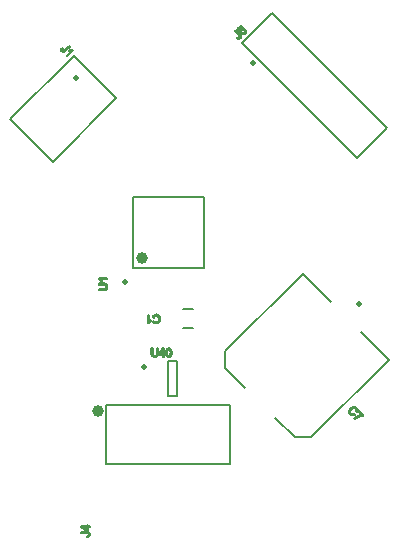
<source format=gto>
%FSLAX33Y33*%
%MOMM*%
%ADD10C,0.15*%
%ADD11C,0.2032*%
%ADD12C,0.5*%
%ADD13C,1.*%
%ADD14C,0.5*%
%ADD15C,0.5*%
%ADD16C,0.5*%
D10*
%LNtop silkscreen_traces*%
%LNtop silkscreen component 315c781489eea96b*%
G01*
X3000Y-3000D02*
X-3000Y-3000D01*
X-3000Y3000*
X3000Y3000*
X3000Y-3000*
D11*
X-5168Y-4566D02*
X-5168Y-4566D01*
X-5176Y-4522*
X-5188Y-4483*
X-5206Y-4449*
X-5227Y-4419*
X-5251Y-4395*
X-5278Y-4375*
X-5309Y-4361*
X-5343Y-4350*
X-5383Y-4342*
X-5429Y-4338*
X-5480Y-4336*
X-5893Y-4336*
X-5893Y-4430*
X-5480Y-4430*
X-5480Y-4430*
X-5418Y-4433*
X-5418Y-4433*
X-5367Y-4441*
X-5367Y-4441*
X-5327Y-4455*
X-5327Y-4455*
X-5298Y-4475*
X-5298Y-4475*
X-5277Y-4501*
X-5277Y-4501*
X-5262Y-4534*
X-5262Y-4534*
X-5253Y-4575*
X-5253Y-4575*
X-5250Y-4624*
X-5250Y-4624*
X-5252Y-4653*
X-5252Y-4653*
X-5256Y-4680*
X-5256Y-4680*
X-5264Y-4705*
X-5264Y-4705*
X-5274Y-4727*
X-5274Y-4728*
X-5287Y-4747*
X-5288Y-4747*
X-5303Y-4764*
X-5303Y-4764*
X-5322Y-4777*
X-5322Y-4777*
X-5343Y-4787*
X-5343Y-4787*
X-5368Y-4795*
X-5368Y-4795*
X-5399Y-4800*
X-5399Y-4800*
X-5437Y-4804*
X-5437Y-4804*
X-5480Y-4805*
X-5480Y-4805*
X-5893Y-4805*
X-5893Y-4898*
X-5480Y-4898*
X-5426Y-4897*
X-5378Y-4892*
X-5336Y-4883*
X-5300Y-4871*
X-5270Y-4855*
X-5243Y-4835*
X-5220Y-4810*
X-5200Y-4780*
X-5185Y-4746*
X-5174Y-4707*
X-5168Y-4664*
X-5166Y-4616*
X-5168Y-4566*
X-5896Y-3883D02*
X-5896Y-3883D01*
X-5896Y-3939*
X-5873Y-3952*
X-5873Y-3952*
X-5849Y-3970*
X-5849Y-3970*
X-5825Y-3992*
X-5825Y-3992*
X-5800Y-4017*
X-5800Y-4017*
X-5776Y-4046*
X-5776Y-4046*
X-5754Y-4077*
X-5754Y-4077*
X-5734Y-4110*
X-5734Y-4110*
X-5716Y-4146*
X-5632Y-4146*
X-5641Y-4125*
X-5651Y-4103*
X-5663Y-4079*
X-5677Y-4054*
X-5693Y-4030*
X-5708Y-4008*
X-5723Y-3988*
X-5738Y-3971*
X-5738Y-3970*
X-5178Y-3970*
X-5178Y-3883*
X-5896Y-3883*
D12*
X-3650Y-4200D03*
D13*
X-2200Y-2200D03*
%LNtop silkscreen component c0c249d9fb733c24*%
D11*
X-1092Y-10534D02*
X-1092Y-10534D01*
X-1048Y-10527*
X-1009Y-10514*
X-0974Y-10497*
X-0945Y-10476*
X-0921Y-10451*
X-0901Y-10424*
X-0886Y-10394*
X-0876Y-10360*
X-0868Y-10319*
X-0864Y-10274*
X-0862Y-10223*
X-0862Y-9810*
X-0956Y-9810*
X-0956Y-10222*
X-0956Y-10222*
X-0958Y-10284*
X-0958Y-10284*
X-0967Y-10335*
X-0967Y-10335*
X-0981Y-10375*
X-0981Y-10376*
X-1000Y-10405*
X-1000Y-10405*
X-1026Y-10426*
X-1026Y-10426*
X-1060Y-10440*
X-1060Y-10440*
X-1101Y-10449*
X-1101Y-10449*
X-1150Y-10452*
X-1150Y-10452*
X-1179Y-10451*
X-1179Y-10451*
X-1206Y-10446*
X-1206Y-10446*
X-1231Y-10439*
X-1231Y-10439*
X-1253Y-10428*
X-1253Y-10428*
X-1273Y-10415*
X-1273Y-10415*
X-1289Y-10399*
X-1289Y-10399*
X-1303Y-10381*
X-1303Y-10381*
X-1313Y-10360*
X-1313Y-10360*
X-1321Y-10335*
X-1321Y-10335*
X-1326Y-10303*
X-1326Y-10303*
X-1329Y-10266*
X-1329Y-10266*
X-1330Y-10222*
X-1330Y-10222*
X-1330Y-9810*
X-1424Y-9810*
X-1424Y-10223*
X-1422Y-10277*
X-1417Y-10324*
X-1409Y-10366*
X-1397Y-10402*
X-1381Y-10433*
X-1360Y-10460*
X-1335Y-10483*
X-1306Y-10502*
X-1271Y-10517*
X-1233Y-10528*
X-1189Y-10535*
X-1141Y-10537*
X-1092Y-10534*
X-0370Y-10353D02*
X-0370Y-10353D01*
X-0370Y-10353*
X-0274Y-10353*
X-0274Y-10274*
X-0370Y-10274*
X-0370Y-10273*
X-0370Y-9810*
X-0441Y-9810*
X-0768Y-10273*
X-0768Y-10353*
X-0457Y-10353*
X-0457Y-10353*
X-0457Y-10524*
X-0370Y-10524*
X-0370Y-10353*
X-0458Y-9952D02*
X-0458Y-9952D01*
X-0681Y-10273*
X-0458Y-10273*
X-0458Y-9952*
X0088Y-10534D02*
X0088Y-10534D01*
X0122Y-10526*
X0153Y-10513*
X0180Y-10495*
X0204Y-10471*
X0225Y-10444*
X0243Y-10412*
X0257Y-10375*
X0268Y-10334*
X0277Y-10286*
X0281Y-10232*
X0283Y-10172*
X0282Y-10122*
X0279Y-10077*
X0274Y-10037*
X0267Y-10003*
X0258Y-9973*
X0248Y-9945*
X0236Y-9920*
X0223Y-9897*
X0207Y-9876*
X0191Y-9858*
X0172Y-9843*
X0151Y-9830*
X0128Y-9820*
X0104Y-9813*
X0078Y-9808*
X0050Y-9807*
X0013Y-9809*
X-0021Y-9817*
X-0052Y-9830*
X-0079Y-9849*
X-0103Y-9872*
X-0124Y-9899*
X-0142Y-9931*
X-0157Y-9968*
X-0168Y-10010*
X-0176Y-10057*
X-0181Y-10112*
X-0183Y-10172*
X-0178Y-10266*
X-0165Y-10345*
X-0143Y-10411*
X-0112Y-10463*
X-0080Y-10495*
X-0042Y-10518*
X0001Y-10532*
X0050Y-10537*
X0088Y-10534*
X-0093Y-10172D02*
X-0093Y-10172D01*
X-0090Y-10253*
X-0083Y-10319*
X-0070Y-10370*
X-0052Y-10407*
X-0030Y-10432*
X-0006Y-10450*
X0021Y-10461*
X0050Y-10465*
X0079Y-10461*
X0106Y-10450*
X0130Y-10432*
X0152Y-10406*
X0170Y-10370*
X0183Y-10318*
X0191Y-10253*
X0193Y-10172*
X0191Y-10091*
X0183Y-10025*
X0170Y-9974*
X0152Y-9937*
X0130Y-9912*
X0106Y-9894*
X0079Y-9883*
X0049Y-9879*
X0020Y-9882*
X-0005Y-9892*
X-0028Y-9908*
X-0048Y-9930*
X-0067Y-9970*
X-0082Y-10023*
X-0090Y-10091*
X-0093Y-10172*
D10*
X-0050Y-13875D02*
X-0050Y-10925D01*
X0750Y-10925*
X0750Y-13875*
X-0050Y-13875*
D14*
X-2050Y-11450D03*
%LNtop silkscreen component c3475cd38de9d97d*%
D11*
X15453Y-15430D02*
X15453Y-15430D01*
X15496Y-15457*
X15542Y-15475*
X15589Y-15485*
X15639Y-15486*
X15689Y-15478*
X15739Y-15461*
X15790Y-15435*
X15741Y-15352*
X15703Y-15374*
X15703Y-15374*
X15665Y-15388*
X15665Y-15388*
X15628Y-15395*
X15628Y-15395*
X15592Y-15396*
X15592Y-15396*
X15557Y-15389*
X15557Y-15389*
X15524Y-15377*
X15524Y-15377*
X15493Y-15358*
X15493Y-15358*
X15464Y-15333*
X15464Y-15333*
X15442Y-15308*
X15442Y-15308*
X15425Y-15282*
X15425Y-15282*
X15411Y-15253*
X15411Y-15253*
X15401Y-15223*
X15401Y-15223*
X15396Y-15191*
X15396Y-15190*
X15397Y-15158*
X15397Y-15158*
X15403Y-15125*
X15403Y-15125*
X15415Y-15092*
X15415Y-15092*
X15432Y-15058*
X15432Y-15058*
X15453Y-15025*
X15453Y-15025*
X15479Y-14993*
X15479Y-14992*
X15509Y-14960*
X15509Y-14960*
X15535Y-14936*
X15535Y-14936*
X15562Y-14915*
X15562Y-14915*
X15591Y-14895*
X15591Y-14895*
X15622Y-14879*
X15622Y-14879*
X15654Y-14866*
X15654Y-14866*
X15686Y-14858*
X15686Y-14858*
X15719Y-14856*
X15719Y-14856*
X15752Y-14859*
X15753Y-14859*
X15786Y-14867*
X15786Y-14867*
X15818Y-14882*
X15818Y-14882*
X15848Y-14902*
X15849Y-14902*
X15878Y-14928*
X15878Y-14928*
X15901Y-14954*
X15901Y-14954*
X15918Y-14981*
X15919Y-14981*
X15931Y-15009*
X15931Y-15009*
X15937Y-15038*
X15937Y-15038*
X15939Y-15068*
X15939Y-15068*
X15934Y-15100*
X15934Y-15100*
X15924Y-15134*
X15924Y-15134*
X15908Y-15169*
X15989Y-15219*
X16010Y-15175*
X16023Y-15129*
X16028Y-15084*
X16025Y-15039*
X16015Y-14995*
X15996Y-14953*
X15970Y-14912*
X15936Y-14873*
X15902Y-14842*
X15865Y-14817*
X15825Y-14796*
X15783Y-14781*
X15740Y-14772*
X15696Y-14769*
X15652Y-14774*
X15608Y-14784*
X15564Y-14802*
X15522Y-14826*
X15480Y-14856*
X15440Y-14892*
X15406Y-14929*
X15377Y-14969*
X15352Y-15010*
X15331Y-15054*
X15317Y-15099*
X15309Y-15143*
X15307Y-15186*
X15313Y-15229*
X15326Y-15271*
X15347Y-15312*
X15376Y-15354*
X15412Y-15395*
X15453Y-15430*
X15867Y-15758D02*
X15867Y-15758D01*
X15867Y-15758*
X15907Y-15728*
X15907Y-15728*
X15948Y-15700*
X15948Y-15700*
X15989Y-15676*
X15989Y-15676*
X16048Y-15646*
X16048Y-15646*
X16109Y-15619*
X16109Y-15619*
X16173Y-15595*
X16173Y-15595*
X16238Y-15574*
X16238Y-15574*
X16302Y-15558*
X16302Y-15558*
X16363Y-15545*
X16363Y-15545*
X16419Y-15537*
X16419Y-15537*
X16471Y-15533*
X16518Y-15486*
X16191Y-15159*
X16132Y-15218*
X16380Y-15465*
X16380Y-15466*
X16328Y-15471*
X16274Y-15480*
X16217Y-15493*
X16158Y-15509*
X16099Y-15529*
X16041Y-15552*
X15985Y-15578*
X15931Y-15608*
X15880Y-15639*
X15835Y-15669*
X15796Y-15699*
X15763Y-15728*
X15826Y-15791*
X15867Y-15758*
D10*
X11400Y-3517D02*
X4824Y-10093D01*
X18683Y-10800D02*
X12107Y-17376D01*
X4824Y-10093D02*
X4824Y-11507D01*
X12107Y-17376D02*
X10693Y-17376D01*
X4824Y-11507D02*
X6486Y-13169D01*
X10693Y-17376D02*
X9031Y-15714D01*
X11400Y-3517D02*
X13769Y-5886D01*
X18683Y-10800D02*
X16314Y-8431D01*
D15*
X16120Y-6080D03*
%LNtop silkscreen component 23fd299b85ccb8f3*%
D11*
X-6640Y-25550D02*
X-6640Y-25550D01*
X-6645Y-25521*
X-6653Y-25495*
X-6664Y-25470*
X-6678Y-25448*
X-6696Y-25430*
X-6716Y-25414*
X-6739Y-25402*
X-6766Y-25392*
X-6798Y-25385*
X-6836Y-25381*
X-6878Y-25380*
X-7365Y-25380*
X-7365Y-25474*
X-6873Y-25474*
X-6873Y-25474*
X-6844Y-25474*
X-6844Y-25474*
X-6819Y-25476*
X-6819Y-25476*
X-6799Y-25479*
X-6799Y-25479*
X-6783Y-25484*
X-6783Y-25484*
X-6770Y-25489*
X-6769Y-25490*
X-6758Y-25497*
X-6758Y-25497*
X-6747Y-25507*
X-6747Y-25507*
X-6738Y-25519*
X-6738Y-25519*
X-6731Y-25533*
X-6731Y-25533*
X-6726Y-25548*
X-6726Y-25548*
X-6723Y-25564*
X-6723Y-25564*
X-6722Y-25581*
X-6722Y-25581*
X-6724Y-25604*
X-6724Y-25604*
X-6729Y-25624*
X-6729Y-25625*
X-6739Y-25642*
X-6739Y-25642*
X-6752Y-25657*
X-6752Y-25657*
X-6771Y-25670*
X-6771Y-25670*
X-6796Y-25679*
X-6796Y-25679*
X-6827Y-25685*
X-6827Y-25685*
X-6864Y-25688*
X-6853Y-25773*
X-6803Y-25770*
X-6760Y-25762*
X-6723Y-25746*
X-6692Y-25725*
X-6669Y-25697*
X-6652Y-25664*
X-6642Y-25625*
X-6638Y-25581*
X-6640Y-25550*
X-6822Y-24891D02*
X-6822Y-24891D01*
X-6822Y-24891*
X-6822Y-24795*
X-6901Y-24795*
X-6901Y-24891*
X-6902Y-24891*
X-7365Y-24891*
X-7365Y-24962*
X-6902Y-25289*
X-6822Y-25289*
X-6822Y-24978*
X-6822Y-24978*
X-6651Y-24978*
X-6651Y-24891*
X-6822Y-24891*
X-7223Y-24979D02*
X-7223Y-24979D01*
X-6902Y-25202*
X-6902Y-24979*
X-7223Y-24979*
D10*
X5230Y-19600D02*
X-5230Y-19600D01*
X-5230Y-14600*
X5230Y-14600*
X5230Y-19600*
D13*
X-5950Y-15104D03*
%LNtop silkscreen component 9deb23392e05f969*%
D10*
X15992Y6268D02*
X6268Y15992D01*
X8808Y18532*
X18532Y8808*
X15992Y6268*
D11*
X6135Y16481D02*
X6135Y16481D01*
X6152Y16505*
X6165Y16529*
X6174Y16555*
X6179Y16580*
X6180Y16606*
X6177Y16631*
X6169Y16656*
X6157Y16682*
X6139Y16710*
X6116Y16739*
X6087Y16770*
X5742Y17114*
X5676Y17048*
X6024Y16700*
X6024Y16700*
X6044Y16679*
X6044Y16679*
X6060Y16660*
X6060Y16660*
X6072Y16644*
X6072Y16644*
X6081Y16629*
X6081Y16629*
X6086Y16616*
X6086Y16616*
X6089Y16602*
X6089Y16602*
X6089Y16587*
X6089Y16587*
X6087Y16572*
X6087Y16572*
X6082Y16558*
X6082Y16558*
X6075Y16544*
X6075Y16544*
X6066Y16530*
X6066Y16530*
X6055Y16517*
X6055Y16517*
X6037Y16502*
X6037Y16502*
X6019Y16492*
X6019Y16492*
X6000Y16486*
X6000Y16486*
X5980Y16485*
X5979Y16485*
X5958Y16489*
X5958Y16489*
X5934Y16500*
X5934Y16500*
X5907Y16518*
X5907Y16518*
X5878Y16542*
X5827Y16474*
X5864Y16441*
X5901Y16416*
X5937Y16401*
X5974Y16395*
X6010Y16398*
X6046Y16409*
X6080Y16430*
X6114Y16458*
X6135Y16481*
X6534Y16881D02*
X6534Y16881D01*
X6551Y16906*
X6564Y16933*
X6573Y16961*
X6578Y16990*
X6579Y17019*
X6575Y17049*
X6567Y17080*
X6555Y17110*
X6540Y17138*
X6521Y17164*
X6499Y17189*
X6462Y17220*
X6423Y17243*
X6381Y17258*
X6338Y17263*
X6295Y17260*
X6255Y17249*
X6219Y17230*
X6186Y17203*
X6170Y17185*
X6156Y17164*
X6144Y17142*
X6135Y17119*
X6129Y17094*
X6126Y17068*
X6127Y17041*
X6131Y17013*
X6130Y17013*
X6096Y17050*
X6096Y17050*
X6068Y17085*
X6068Y17085*
X6046Y17118*
X6046Y17118*
X6031Y17148*
X6031Y17148*
X6020Y17176*
X6020Y17176*
X6014Y17204*
X6014Y17204*
X6012Y17231*
X6012Y17231*
X6014Y17257*
X6014Y17257*
X6019Y17276*
X6019Y17276*
X6026Y17294*
X6026Y17294*
X6037Y17310*
X6037Y17310*
X6050Y17326*
X6050Y17326*
X6069Y17342*
X6069Y17342*
X6091Y17353*
X6091Y17353*
X6114Y17360*
X6114Y17360*
X6139Y17361*
X6139Y17361*
X6156Y17359*
X6156Y17359*
X6174Y17353*
X6174Y17353*
X6194Y17344*
X6194Y17344*
X6216Y17332*
X6272Y17398*
X6239Y17420*
X6205Y17435*
X6170Y17443*
X6134Y17444*
X6099Y17438*
X6066Y17426*
X6034Y17406*
X6003Y17380*
X5969Y17338*
X5946Y17294*
X5934Y17246*
X5934Y17195*
X5949Y17133*
X5980Y17068*
X6028Y16999*
X6093Y16928*
X6157Y16870*
X6218Y16827*
X6276Y16800*
X6330Y16789*
X6381Y16790*
X6429Y16802*
X6473Y16825*
X6514Y16858*
X6534Y16881*
X6237Y16926D02*
X6237Y16926D01*
X6254Y16911*
X6272Y16898*
X6291Y16887*
X6312Y16878*
X6334Y16872*
X6354Y16869*
X6375Y16869*
X6395Y16872*
X6414Y16877*
X6432Y16885*
X6448Y16895*
X6462Y16908*
X6479Y16929*
X6491Y16952*
X6497Y16978*
X6498Y17007*
X6493Y17037*
X6482Y17066*
X6464Y17094*
X6440Y17122*
X6413Y17145*
X6386Y17162*
X6358Y17172*
X6329Y17176*
X6301Y17175*
X6275Y17167*
X6251Y17155*
X6228Y17136*
X6210Y17114*
X6197Y17090*
X6189Y17063*
X6187Y17035*
X6191Y17005*
X6200Y16978*
X6216Y16951*
X6237Y16926*
D16*
X7184Y14368D03*
%LNtop silkscreen component b4e2aa1a051a6d91*%
D10*
X2134Y-6474D02*
X1236Y-6474D01*
X2134Y-8076D02*
X1236Y-8076D01*
D11*
X-1082Y-6967D02*
X-1082Y-6967D01*
X-1131Y-6979*
X-1176Y-6998*
X-1217Y-7024*
X-1253Y-7059*
X-1283Y-7099*
X-1306Y-7147*
X-1324Y-7202*
X-1230Y-7225*
X-1218Y-7183*
X-1218Y-7183*
X-1202Y-7147*
X-1202Y-7146*
X-1181Y-7115*
X-1181Y-7115*
X-1156Y-7089*
X-1156Y-7089*
X-1126Y-7069*
X-1126Y-7069*
X-1094Y-7055*
X-1094Y-7055*
X-1059Y-7046*
X-1059Y-7046*
X-1021Y-7043*
X-1020Y-7043*
X-0988Y-7045*
X-0988Y-7045*
X-0957Y-7052*
X-0957Y-7052*
X-0927Y-7062*
X-0927Y-7062*
X-0899Y-7077*
X-0899Y-7077*
X-0872Y-7096*
X-0872Y-7096*
X-0850Y-7119*
X-0850Y-7120*
X-0831Y-7147*
X-0831Y-7147*
X-0816Y-7179*
X-0816Y-7179*
X-0804Y-7215*
X-0804Y-7215*
X-0796Y-7253*
X-0796Y-7253*
X-0791Y-7295*
X-0791Y-7295*
X-0789Y-7339*
X-0789Y-7339*
X-0790Y-7374*
X-0790Y-7374*
X-0795Y-7409*
X-0795Y-7409*
X-0802Y-7443*
X-0802Y-7443*
X-0812Y-7476*
X-0812Y-7476*
X-0825Y-7508*
X-0825Y-7508*
X-0842Y-7536*
X-0842Y-7536*
X-0864Y-7561*
X-0864Y-7561*
X-0890Y-7583*
X-0890Y-7583*
X-0919Y-7600*
X-0919Y-7600*
X-0952Y-7613*
X-0952Y-7613*
X-0988Y-7620*
X-0988Y-7620*
X-1028Y-7622*
X-1028Y-7622*
X-1062Y-7620*
X-1062Y-7620*
X-1094Y-7614*
X-1094Y-7614*
X-1122Y-7602*
X-1122Y-7602*
X-1147Y-7587*
X-1147Y-7587*
X-1170Y-7566*
X-1170Y-7566*
X-1189Y-7540*
X-1189Y-7540*
X-1206Y-7509*
X-1206Y-7509*
X-1220Y-7473*
X-1312Y-7495*
X-1295Y-7541*
X-1272Y-7582*
X-1244Y-7618*
X-1210Y-7648*
X-1171Y-7672*
X-1128Y-7689*
X-1081Y-7699*
X-1030Y-7703*
X-0983Y-7700*
X-0939Y-7692*
X-0897Y-7678*
X-0856Y-7659*
X-0819Y-7635*
X-0787Y-7606*
X-0759Y-7572*
X-0735Y-7533*
X-0716Y-7490*
X-0703Y-7443*
X-0695Y-7392*
X-0692Y-7338*
X-0695Y-7288*
X-0702Y-7239*
X-0714Y-7192*
X-0730Y-7147*
X-0751Y-7105*
X-0777Y-7068*
X-0806Y-7036*
X-0840Y-7010*
X-0879Y-6990*
X-0924Y-6975*
X-0973Y-6966*
X-1028Y-6963*
X-1082Y-6967*
X-1736Y-7693D02*
X-1736Y-7693D01*
X-1680Y-7693*
X-1667Y-7670*
X-1667Y-7670*
X-1650Y-7646*
X-1650Y-7646*
X-1628Y-7622*
X-1628Y-7622*
X-1602Y-7598*
X-1602Y-7598*
X-1574Y-7574*
X-1574Y-7574*
X-1543Y-7552*
X-1542Y-7552*
X-1509Y-7532*
X-1509Y-7532*
X-1474Y-7514*
X-1474Y-7430*
X-1494Y-7438*
X-1517Y-7448*
X-1540Y-7461*
X-1565Y-7475*
X-1590Y-7490*
X-1612Y-7505*
X-1631Y-7520*
X-1649Y-7536*
X-1649Y-7535*
X-1649Y-6976*
X-1736Y-6976*
X-1736Y-7693*
%LNtop silkscreen component f05bc982b390cfb7*%
X-8989Y15323D02*
X-8989Y15323D01*
X-8965Y15306*
X-8941Y15293*
X-8916Y15284*
X-8890Y15278*
X-8865Y15277*
X-8839Y15280*
X-8814Y15288*
X-8788Y15301*
X-8761Y15318*
X-8731Y15342*
X-8700Y15371*
X-8356Y15716*
X-8422Y15782*
X-8771Y15433*
X-8771Y15433*
X-8791Y15414*
X-8791Y15414*
X-8810Y15398*
X-8810Y15398*
X-8826Y15385*
X-8826Y15385*
X-8841Y15377*
X-8841Y15377*
X-8855Y15372*
X-8855Y15372*
X-8869Y15369*
X-8869Y15369*
X-8883Y15368*
X-8883Y15368*
X-8898Y15371*
X-8898Y15371*
X-8913Y15375*
X-8913Y15375*
X-8927Y15382*
X-8927Y15382*
X-8940Y15391*
X-8940Y15391*
X-8953Y15403*
X-8953Y15403*
X-8968Y15420*
X-8968Y15420*
X-8978Y15439*
X-8978Y15439*
X-8984Y15458*
X-8984Y15458*
X-8985Y15478*
X-8985Y15478*
X-8981Y15500*
X-8981Y15500*
X-8970Y15524*
X-8970Y15524*
X-8952Y15550*
X-8952Y15550*
X-8928Y15579*
X-8996Y15631*
X-9030Y15594*
X-9054Y15557*
X-9069Y15520*
X-9075Y15483*
X-9073Y15447*
X-9061Y15412*
X-9041Y15377*
X-9012Y15343*
X-8989Y15323*
X-8036Y15399D02*
X-8036Y15399D01*
X-8075Y15439*
X-8101Y15432*
X-8101Y15432*
X-8130Y15427*
X-8130Y15427*
X-8162Y15426*
X-8162Y15426*
X-8198Y15426*
X-8198Y15426*
X-8235Y15430*
X-8235Y15430*
X-8272Y15436*
X-8272Y15436*
X-8310Y15446*
X-8310Y15446*
X-8348Y15458*
X-8407Y15399*
X-8387Y15390*
X-8364Y15382*
X-8338Y15373*
X-8311Y15366*
X-8283Y15359*
X-8256Y15354*
X-8232Y15351*
X-8209Y15350*
X-8209Y15349*
X-8604Y14953*
X-8543Y14892*
X-8036Y15399*
D10*
X-13365Y9552D02*
X-7977Y14940D01*
X-4385Y11348*
X-9773Y5960*
X-13365Y9552*
D15*
X-7838Y13083D03*
M02*
</source>
